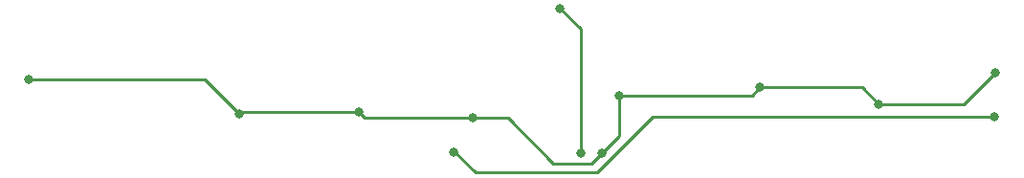
<source format=gbl>
G04 #@! TF.GenerationSoftware,KiCad,Pcbnew,6.0.11+dfsg-1*
G04 #@! TF.CreationDate,2024-04-16T10:26:27+10:00*
G04 #@! TF.ProjectId,IR_Sensor_array,49525f53-656e-4736-9f72-5f6172726179,rev?*
G04 #@! TF.SameCoordinates,Original*
G04 #@! TF.FileFunction,Copper,L2,Bot*
G04 #@! TF.FilePolarity,Positive*
%FSLAX46Y46*%
G04 Gerber Fmt 4.6, Leading zero omitted, Abs format (unit mm)*
G04 Created by KiCad (PCBNEW 6.0.11+dfsg-1) date 2024-04-16 10:26:27*
%MOMM*%
%LPD*%
G01*
G04 APERTURE LIST*
G04 #@! TA.AperFunction,ViaPad*
%ADD10C,0.800000*%
G04 #@! TD*
G04 #@! TA.AperFunction,Conductor*
%ADD11C,0.250000*%
G04 #@! TD*
G04 APERTURE END LIST*
D10*
X136400000Y-97200000D03*
X192700000Y-93700000D03*
X182400000Y-96500000D03*
X107200000Y-94300000D03*
X157900000Y-100800000D03*
X159400000Y-95700000D03*
X125800000Y-97300000D03*
X171900000Y-95000000D03*
X146500000Y-97700000D03*
X156000000Y-100800000D03*
X154200000Y-88000000D03*
X144800000Y-100700000D03*
X192600000Y-97600000D03*
D11*
X182400000Y-96500000D02*
X189900000Y-96500000D01*
X157900000Y-100800000D02*
X157000000Y-101700000D01*
X157000000Y-101700000D02*
X153600000Y-101700000D01*
X122800000Y-94300000D02*
X125800000Y-97300000D01*
X157900000Y-100800000D02*
X159400000Y-99300000D01*
X136900000Y-97700000D02*
X136400000Y-97200000D01*
X171200000Y-95700000D02*
X171900000Y-95000000D01*
X136400000Y-97200000D02*
X125900000Y-97200000D01*
X146500000Y-97700000D02*
X136900000Y-97700000D01*
X125900000Y-97200000D02*
X125800000Y-97300000D01*
X107200000Y-94300000D02*
X122800000Y-94300000D01*
X159400000Y-95700000D02*
X171200000Y-95700000D01*
X153600000Y-101700000D02*
X149600000Y-97700000D01*
X171900000Y-95000000D02*
X180900000Y-95000000D01*
X149600000Y-97700000D02*
X146500000Y-97700000D01*
X189900000Y-96500000D02*
X192700000Y-93700000D01*
X180900000Y-95000000D02*
X182400000Y-96500000D01*
X159400000Y-99300000D02*
X159400000Y-95700000D01*
X154200000Y-88000000D02*
X156000000Y-89800000D01*
X156000000Y-89800000D02*
X156000000Y-100800000D01*
X144900000Y-100700000D02*
X144800000Y-100700000D01*
X146700000Y-102500000D02*
X144900000Y-100700000D01*
X192600000Y-97600000D02*
X162400000Y-97600000D01*
X157500000Y-102500000D02*
X146700000Y-102500000D01*
X162400000Y-97600000D02*
X157500000Y-102500000D01*
M02*

</source>
